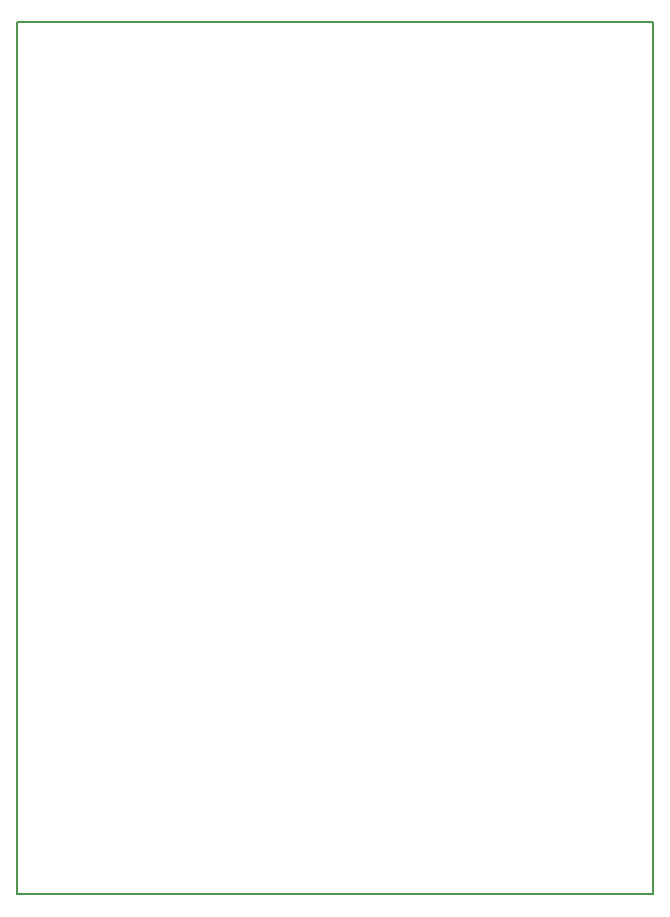
<source format=gm1>
G04 MADE WITH FRITZING*
G04 WWW.FRITZING.ORG*
G04 DOUBLE SIDED*
G04 HOLES PLATED*
G04 CONTOUR ON CENTER OF CONTOUR VECTOR*
%ASAXBY*%
%FSLAX23Y23*%
%MOIN*%
%OFA0B0*%
%SFA1.0B1.0*%
%ADD10R,2.125980X2.913390*%
%ADD11C,0.008000*%
%ADD10C,0.008*%
%LNCONTOUR*%
G90*
G70*
G54D10*
G54D11*
X4Y2909D02*
X2122Y2909D01*
X2122Y4D01*
X4Y4D01*
X4Y2909D01*
D02*
G04 End of contour*
M02*
</source>
